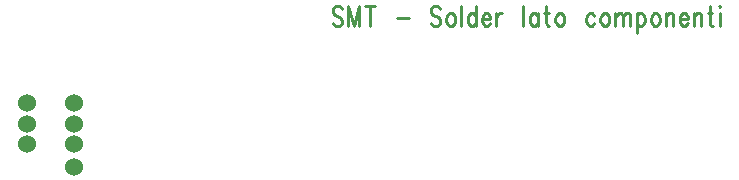
<source format=gbr>
*
*
G04 PADS VX.0 Build Number: 635560 generated Gerber (RS-274-X) file*
G04 PC Version=2.1*
*
%IN "FTC_con_001.pcb"*%
*
%MOIN*%
*
%FSLAX35Y35*%
*
*
*
*
G04 PC Standard Apertures*
*
*
G04 Thermal Relief Aperture macro.*
%AMTER*
1,1,$1,0,0*
1,0,$1-$2,0,0*
21,0,$3,$4,0,0,45*
21,0,$3,$4,0,0,135*
%
*
*
G04 Annular Aperture macro.*
%AMANN*
1,1,$1,0,0*
1,0,$2,0,0*
%
*
*
G04 Odd Aperture macro.*
%AMODD*
1,1,$1,0,0*
1,0,$1-0.005,0,0*
%
*
*
G04 PC Custom Aperture Macros*
*
*
*
*
*
*
G04 PC Aperture Table*
*
%ADD010C,0.01*%
%ADD027C,0.06*%
%ADD040C,0.001*%
*
*
*
*
G04 PC Circuitry*
G04 Layer Name FTC_con_001.pcb - circuitry*
%LPD*%
*
*
G04 PC Custom Flashes*
G04 Layer Name FTC_con_001.pcb - flashes*
%LPD*%
*
*
G04 PC Circuitry*
G04 Layer Name FTC_con_001.pcb - circuitry*
%LPD*%
*
G54D10*
G01X490190Y436334D02*
X489735Y436959D01*
X489053Y437271*
X488144*
X487462Y436959*
X487008Y436334*
Y435709*
X487235Y435084*
X487462Y434771*
X487917Y434459*
X489281Y433834*
X489735Y433521*
X489962Y433209*
X490190Y432584*
Y431646*
X489735Y431021*
X489053Y430709*
X488144*
X487462Y431021*
X487008Y431646*
X492235Y437271D02*
Y430709D01*
Y437271D02*
X494053Y430709D01*
X495872Y437271D02*
X494053Y430709D01*
X495872Y437271D02*
Y430709D01*
X499508Y437271D02*
Y430709D01*
X497917Y437271D02*
X501099D01*
X508372Y433521D02*
X512462D01*
X522917Y436334D02*
X522462Y436959D01*
X521781Y437271*
X520872*
X520190Y436959*
X519735Y436334*
Y435709*
X519962Y435084*
X520190Y434771*
X520644Y434459*
X522008Y433834*
X522462Y433521*
X522690Y433209*
X522917Y432584*
Y431646*
X522462Y431021*
X521781Y430709*
X520872*
X520190Y431021*
X519735Y431646*
X526099Y435084D02*
X525644Y434771D01*
X525190Y434146*
X524962Y433209*
Y432584*
X525190Y431646*
X525644Y431021*
X526099Y430709*
X526781*
X527235Y431021*
X527690Y431646*
X527917Y432584*
Y433209*
X527690Y434146*
X527235Y434771*
X526781Y435084*
X526099*
X529962Y437271D02*
Y430709D01*
X534735Y437271D02*
Y430709D01*
Y434146D02*
X534281Y434771D01*
X533826Y435084*
X533144*
X532690Y434771*
X532235Y434146*
X532008Y433209*
Y432584*
X532235Y431646*
X532690Y431021*
X533144Y430709*
X533826*
X534281Y431021*
X534735Y431646*
X536781Y433209D02*
X539508D01*
Y433834*
X539281Y434459*
X539053Y434771*
X538599Y435084*
X537917*
X537462Y434771*
X537008Y434146*
X536781Y433209*
Y432584*
X537008Y431646*
X537462Y431021*
X537917Y430709*
X538599*
X539053Y431021*
X539508Y431646*
X541553Y435084D02*
Y430709D01*
Y433209D02*
X541781Y434146D01*
X542235Y434771*
X542690Y435084*
X543372*
X550644Y437271D02*
Y430709D01*
X555417Y435084D02*
Y430709D01*
Y434146D02*
X554962Y434771D01*
X554508Y435084*
X553826*
X553372Y434771*
X552917Y434146*
X552690Y433209*
Y432584*
X552917Y431646*
X553372Y431021*
X553826Y430709*
X554508*
X554962Y431021*
X555417Y431646*
X558144Y437271D02*
Y431959D01*
X558372Y431021*
X558826Y430709*
X559281*
X557462Y435084D02*
X559053D01*
X562462D02*
X562008Y434771D01*
X561553Y434146*
X561326Y433209*
Y432584*
X561553Y431646*
X562008Y431021*
X562462Y430709*
X563144*
X563599Y431021*
X564053Y431646*
X564281Y432584*
Y433209*
X564053Y434146*
X563599Y434771*
X563144Y435084*
X562462*
X574281Y434146D02*
X573826Y434771D01*
X573372Y435084*
X572690*
X572235Y434771*
X571781Y434146*
X571553Y433209*
Y432584*
X571781Y431646*
X572235Y431021*
X572690Y430709*
X573372*
X573826Y431021*
X574281Y431646*
X577462Y435084D02*
X577008Y434771D01*
X576553Y434146*
X576326Y433209*
Y432584*
X576553Y431646*
X577008Y431021*
X577462Y430709*
X578144*
X578599Y431021*
X579053Y431646*
X579281Y432584*
Y433209*
X579053Y434146*
X578599Y434771*
X578144Y435084*
X577462*
X581326D02*
Y430709D01*
Y433834D02*
X582008Y434771D01*
X582462Y435084*
X583144*
X583599Y434771*
X583826Y433834*
Y430709*
Y433834D02*
X584508Y434771D01*
X584962Y435084*
X585644*
X586099Y434771*
X586326Y433834*
Y430709*
X588372Y435084D02*
Y428521D01*
Y434146D02*
X588826Y434771D01*
X589281Y435084*
X589962*
X590417Y434771*
X590872Y434146*
X591099Y433209*
Y432584*
X590872Y431646*
X590417Y431021*
X589962Y430709*
X589281*
X588826Y431021*
X588372Y431646*
X594281Y435084D02*
X593826Y434771D01*
X593372Y434146*
X593144Y433209*
Y432584*
X593372Y431646*
X593826Y431021*
X594281Y430709*
X594962*
X595417Y431021*
X595872Y431646*
X596099Y432584*
Y433209*
X595872Y434146*
X595417Y434771*
X594962Y435084*
X594281*
X598144D02*
Y430709D01*
Y433834D02*
X598826Y434771D01*
X599281Y435084*
X599962*
X600417Y434771*
X600644Y433834*
Y430709*
X602690Y433209D02*
X605417D01*
Y433834*
X605190Y434459*
X604962Y434771*
X604508Y435084*
X603826*
X603372Y434771*
X602917Y434146*
X602690Y433209*
Y432584*
X602917Y431646*
X603372Y431021*
X603826Y430709*
X604508*
X604962Y431021*
X605417Y431646*
X607462Y435084D02*
Y430709D01*
Y433834D02*
X608144Y434771D01*
X608599Y435084*
X609281*
X609735Y434771*
X609962Y433834*
Y430709*
X612690Y437271D02*
Y431959D01*
X612917Y431021*
X613372Y430709*
X613826*
X612008Y435084D02*
X613599D01*
X615872Y437271D02*
X616099Y436959D01*
X616326Y437271*
X616099Y437584*
X615872Y437271*
X616099Y435084D02*
Y430709D01*
G54D27*
X385039Y391339D03*
Y398228D03*
Y405239D03*
X400787Y391339D03*
Y398228D03*
Y405118D03*
Y383858D03*
G54D40*
X0Y0D02*
M02*

</source>
